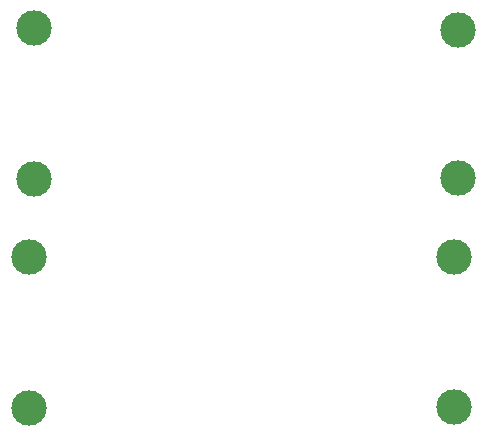
<source format=gbp>
G04 Layer: BottomPasteMaskLayer*
G04 EasyEDA Pro v2.2.20.11, 2024-05-07 19:23:25*
G04 Gerber Generator version 0.3*
G04 Scale: 100 percent, Rotated: No, Reflected: No*
G04 Dimensions in millimeters*
G04 Leading zeros omitted, absolute positions, 3 integers and 5 decimals*
%FSLAX35Y35*%
%MOMM*%
%ADD10C,3.0*%
G75*


G04 Pad Start*
G54D10*
G01X-1864870Y-2534255D03*
G01X-1864845Y-1254247D03*
G01X1728392Y-1266033D03*
G01X1728392Y-2522444D03*
G01X1689100Y-4456811D03*
G01X1689100Y-3187700D03*
G01X-1904162Y-4468622D03*
G01X-1904136Y-3188614D03*
G04 Pad End*

M02*


</source>
